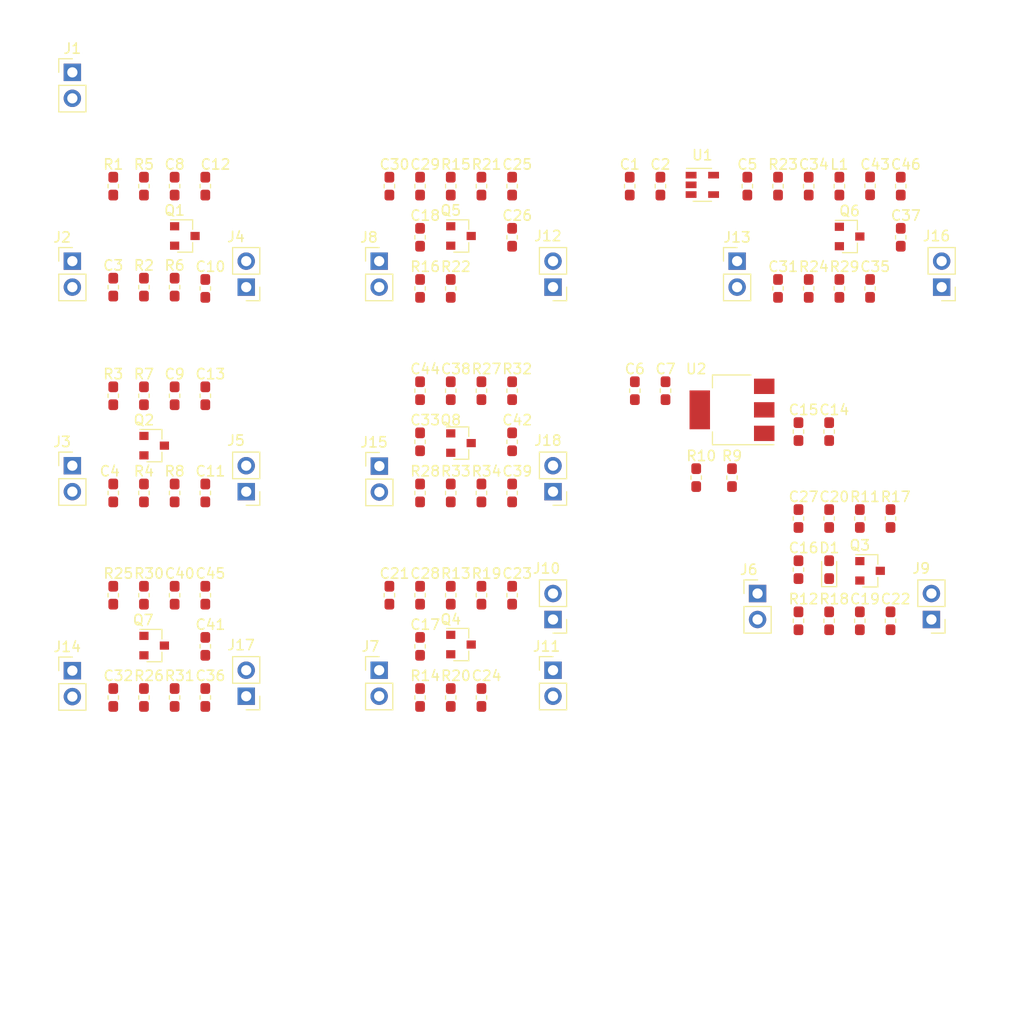
<source format=kicad_pcb>
(kicad_pcb (version 20171130) (host pcbnew "(5.1.6)-1")
  (title_block (title Crystal_Valve) (date 2020-12-11) (rev 1.0.1) (comment 1 SoldierLE))
  (layers (0 F.Cu signal) (31 B.Cu signal) (34 B.Paste user) (35 F.Paste user) (36 B.SilkS user hide) (37 F.SilkS user) (38 B.Mask user) (39 F.Mask user) (44 Edge.Cuts user))
  (net 0 "")
  (net 1 GND)
  (net 2 +15V)
  (net 3 "Net-(C3-Pad2)")
  (net 4 "Net-(C3-Pad1)")
  (net 5 "Net-(C4-Pad1)")
  (net 6 "Net-(C4-Pad2)")
  (net 7 +4V)
  (net 8 "Net-(C10-Pad1)")
  (net 9 "Net-(C10-Pad2)")
  (net 10 "Net-(C11-Pad1)")
  (net 11 "Net-(C11-Pad2)")
  (net 12 +1V5)
  (net 13 "Net-(C16-Pad1)")
  (net 14 "Net-(C16-Pad2)")
  (net 15 "Net-(C17-Pad2)")
  (net 16 "Net-(C17-Pad1)")
  (net 17 "Net-(C18-Pad2)")
  (net 18 "Net-(C18-Pad1)")
  (net 19 "Net-(C19-Pad1)")
  (net 20 "Net-(C22-Pad2)")
  (net 21 "Net-(C22-Pad1)")
  (net 22 "Net-(C23-Pad2)")
  (net 23 "Net-(C23-Pad1)")
  (net 24 "Net-(C24-Pad2)")
  (net 25 "Net-(C24-Pad1)")
  (net 26 "Net-(C25-Pad1)")
  (net 27 "Net-(C26-Pad1)")
  (net 28 "Net-(C31-Pad2)")
  (net 29 "Net-(C31-Pad1)")
  (net 30 "Net-(C32-Pad2)")
  (net 31 "Net-(C32-Pad1)")
  (net 32 "Net-(C33-Pad2)")
  (net 33 "Net-(C33-Pad1)")
  (net 34 "Net-(C34-Pad1)")
  (net 35 "Net-(C35-Pad2)")
  (net 36 "Net-(C36-Pad2)")
  (net 37 "Net-(C37-Pad1)")
  (net 38 "Net-(C39-Pad2)")
  (net 39 "Net-(C41-Pad2)")
  (net 40 "Net-(C41-Pad1)")
  (net 41 "Net-(C42-Pad1)")
  (net 42 "Net-(C42-Pad2)")
  (net 43 "Net-(D1-Pad1)")
  (net 44 "Net-(Q1-Pad2)")
  (net 45 "Net-(Q2-Pad2)")
  (net 46 "Net-(Q5-Pad2)")
  (net 47 "Net-(Q8-Pad2)")
  (net 48 "Net-(R10-Pad2)")
  (net 49 "Net-(U1-Pad4)")
  (module Capacitor_SMD:C_0603_1608Metric_Pad1.05x0.95mm_HandSolder (layer F.Cu) (at 74.5 31.125 90)
    (fp_text reference C1 (at 2.125 0 180) (layer F.SilkS))
    (fp_text value 10u)
    (pad 1 smd roundrect (at -0.875 0 90) (size 1.05 0.95) (layers F.Cu F.Paste F.Mask) (net 1 GND))
    (pad 2 smd roundrect (at 0.875 0 90) (size 1.05 0.95) (layers F.Cu F.Paste F.Mask) (net 2 +15V))
  )
  (module Capacitor_SMD:C_0603_1608Metric_Pad1.05x0.95mm_HandSolder (layer F.Cu) (at 77.5 31.125 90)
    (fp_text reference C2 (at 2.125 0) (layer F.SilkS))
    (fp_text value 1u)
    (pad 2 smd roundrect (at 0.875 0 90) (size 1.05 0.95) (layers F.Cu F.Paste F.Mask) (net 2 +15V))
    (pad 1 smd roundrect (at -0.875 0 90) (size 1.05 0.95) (layers F.Cu F.Paste F.Mask) (net 1 GND))
  )
  (module Capacitor_SMD:C_0603_1608Metric_Pad1.05x0.95mm_HandSolder (layer F.Cu) (at 24 41 270)
    (fp_text reference C3 (at -2.125 0 180) (layer F.SilkS))
    (fp_text value 10u)
    (pad 2 smd roundrect (at 0.875 0 270) (size 1.05 0.95) (layers F.Cu F.Paste F.Mask) (net 3 "Net-(C3-Pad2)"))
    (pad 1 smd roundrect (at -0.875 0 270) (size 1.05 0.95) (layers F.Cu F.Paste F.Mask) (net 4 "Net-(C3-Pad1)"))
  )
  (module Capacitor_SMD:C_0603_1608Metric_Pad1.05x0.95mm_HandSolder (layer F.Cu) (at 24 61.125 270)
    (fp_text reference C4 (at -2.125 0.34 180) (layer F.SilkS))
    (fp_text value 10u)
    (pad 1 smd roundrect (at -0.875 0 270) (size 1.05 0.95) (layers F.Cu F.Paste F.Mask) (net 5 "Net-(C4-Pad1)"))
    (pad 2 smd roundrect (at 0.875 0 270) (size 1.05 0.95) (layers F.Cu F.Paste F.Mask) (net 6 "Net-(C4-Pad2)"))
  )
  (module Capacitor_SMD:C_0603_1608Metric_Pad1.05x0.95mm_HandSolder (layer F.Cu) (at 86 31.125 90)
    (fp_text reference C5 (at 2.125 0 180) (layer F.SilkS))
    (fp_text value 1u)
    (pad 1 smd roundrect (at -0.875 0 90) (size 1.05 0.95) (layers F.Cu F.Paste F.Mask) (net 1 GND))
    (pad 2 smd roundrect (at 0.875 0 90) (size 1.05 0.95) (layers F.Cu F.Paste F.Mask) (net 7 +4V))
  )
  (module Capacitor_SMD:C_0603_1608Metric_Pad1.05x0.95mm_HandSolder (layer F.Cu) (at 75 51.125 90)
    (fp_text reference C6 (at 2.125 0 180) (layer F.SilkS))
    (fp_text value 10u)
    (pad 1 smd roundrect (at -0.875 0 90) (size 1.05 0.95) (layers F.Cu F.Paste F.Mask) (net 1 GND))
    (pad 2 smd roundrect (at 0.875 0 90) (size 1.05 0.95) (layers F.Cu F.Paste F.Mask) (net 2 +15V))
  )
  (module Capacitor_SMD:C_0603_1608Metric_Pad1.05x0.95mm_HandSolder (layer F.Cu) (at 78 51.125 90)
    (fp_text reference C7 (at 2.125 0 180) (layer F.SilkS))
    (fp_text value 0.1u)
    (pad 1 smd roundrect (at -0.875 0 90) (size 1.05 0.95) (layers F.Cu F.Paste F.Mask) (net 1 GND))
    (pad 2 smd roundrect (at 0.875 0 90) (size 1.05 0.95) (layers F.Cu F.Paste F.Mask) (net 2 +15V))
  )
  (module Capacitor_SMD:C_0603_1608Metric_Pad1.05x0.95mm_HandSolder (layer F.Cu) (at 30 31.125 90)
    (fp_text reference C8 (at 2.125 0 180) (layer F.SilkS))
    (fp_text value 0.1u)
    (pad 1 smd roundrect (at -0.875 0 90) (size 1.05 0.95) (layers F.Cu F.Paste F.Mask) (net 1 GND))
    (pad 2 smd roundrect (at 0.875 0 90) (size 1.05 0.95) (layers F.Cu F.Paste F.Mask) (net 2 +15V))
  )
  (module Capacitor_SMD:C_0603_1608Metric_Pad1.05x0.95mm_HandSolder (layer F.Cu) (at 30 51.625 90)
    (fp_text reference C9 (at 2.125 0 180) (layer F.SilkS))
    (fp_text value 0.1u)
    (pad 1 smd roundrect (at -0.875 0 90) (size 1.05 0.95) (layers F.Cu F.Paste F.Mask) (net 1 GND))
    (pad 2 smd roundrect (at 0.875 0 90) (size 1.05 0.95) (layers F.Cu F.Paste F.Mask) (net 2 +15V))
  )
  (module Capacitor_SMD:C_0603_1608Metric_Pad1.05x0.95mm_HandSolder (layer F.Cu) (at 33 41.125 90)
    (fp_text reference C10 (at 2.125 0.5) (layer F.SilkS))
    (fp_text value 10u)
    (pad 1 smd roundrect (at -0.875 0 90) (size 1.05 0.95) (layers F.Cu F.Paste F.Mask) (net 8 "Net-(C10-Pad1)"))
    (pad 2 smd roundrect (at 0.875 0 90) (size 1.05 0.95) (layers F.Cu F.Paste F.Mask) (net 9 "Net-(C10-Pad2)"))
  )
  (module Capacitor_SMD:C_0603_1608Metric_Pad1.05x0.95mm_HandSolder (layer F.Cu) (at 33 61.125 90)
    (fp_text reference C11 (at 2.125 0.5 180) (layer F.SilkS))
    (fp_text value 10u)
    (pad 1 smd roundrect (at -0.875 0 90) (size 1.05 0.95) (layers F.Cu F.Paste F.Mask) (net 10 "Net-(C11-Pad1)"))
    (pad 2 smd roundrect (at 0.875 0 90) (size 1.05 0.95) (layers F.Cu F.Paste F.Mask) (net 11 "Net-(C11-Pad2)"))
  )
  (module Capacitor_SMD:C_0603_1608Metric_Pad1.05x0.95mm_HandSolder (layer F.Cu) (at 33 31.125 90)
    (fp_text reference C12 (at 2.125 1 180) (layer F.SilkS))
    (fp_text value 10u)
    (pad 2 smd roundrect (at 0.875 0 90) (size 1.05 0.95) (layers F.Cu F.Paste F.Mask) (net 2 +15V))
    (pad 1 smd roundrect (at -0.875 0 90) (size 1.05 0.95) (layers F.Cu F.Paste F.Mask) (net 1 GND))
  )
  (module Capacitor_SMD:C_0603_1608Metric_Pad1.05x0.95mm_HandSolder (layer F.Cu) (at 33 51.625 90)
    (fp_text reference C13 (at 2.125 0.5 180) (layer F.SilkS))
    (fp_text value 10u)
    (pad 2 smd roundrect (at 0.875 0 90) (size 1.05 0.95) (layers F.Cu F.Paste F.Mask) (net 2 +15V))
    (pad 1 smd roundrect (at -0.875 0 90) (size 1.05 0.95) (layers F.Cu F.Paste F.Mask) (net 1 GND))
  )
  (module Capacitor_SMD:C_0603_1608Metric_Pad1.05x0.95mm_HandSolder (layer F.Cu) (at 94 55.125 90)
    (fp_text reference C14 (at 2.125 0.5 180) (layer F.SilkS))
    (fp_text value 0.1u)
    (pad 2 smd roundrect (at 0.875 0 90) (size 1.05 0.95) (layers F.Cu F.Paste F.Mask) (net 12 +1V5))
    (pad 1 smd roundrect (at -0.875 0 90) (size 1.05 0.95) (layers F.Cu F.Paste F.Mask) (net 1 GND))
  )
  (module Capacitor_SMD:C_0603_1608Metric_Pad1.05x0.95mm_HandSolder (layer F.Cu) (at 91 55.125 90)
    (fp_text reference C15 (at 2.125 0.5 180) (layer F.SilkS))
    (fp_text value 10u)
    (pad 2 smd roundrect (at 0.875 0 90) (size 1.05 0.95) (layers F.Cu F.Paste F.Mask) (net 12 +1V5))
    (pad 1 smd roundrect (at -0.875 0 90) (size 1.05 0.95) (layers F.Cu F.Paste F.Mask) (net 1 GND))
  )
  (module Capacitor_SMD:C_0603_1608Metric_Pad1.05x0.95mm_HandSolder (layer F.Cu) (at 91 68.625 270)
    (fp_text reference C16 (at -2.125 -0.5 180) (layer F.SilkS))
    (fp_text value 10u)
    (pad 1 smd roundrect (at -0.875 0 270) (size 1.05 0.95) (layers F.Cu F.Paste F.Mask) (net 13 "Net-(C16-Pad1)"))
    (pad 2 smd roundrect (at 0.875 0 270) (size 1.05 0.95) (layers F.Cu F.Paste F.Mask) (net 14 "Net-(C16-Pad2)"))
  )
  (module Capacitor_SMD:C_0603_1608Metric_Pad1.05x0.95mm_HandSolder (layer F.Cu) (at 54 76.125 90)
    (fp_text reference C17 (at 2.125 0.5 180) (layer F.SilkS))
    (fp_text value 10u)
    (pad 2 smd roundrect (at 0.875 0 90) (size 1.05 0.95) (layers F.Cu F.Paste F.Mask) (net 15 "Net-(C17-Pad2)"))
    (pad 1 smd roundrect (at -0.875 0 90) (size 1.05 0.95) (layers F.Cu F.Paste F.Mask) (net 16 "Net-(C17-Pad1)"))
  )
  (module Capacitor_SMD:C_0603_1608Metric_Pad1.05x0.95mm_HandSolder (layer F.Cu) (at 54 36.125 90)
    (fp_text reference C18 (at 2.125 0.5 180) (layer F.SilkS))
    (fp_text value 10u)
    (pad 2 smd roundrect (at 0.875 0 90) (size 1.05 0.95) (layers F.Cu F.Paste F.Mask) (net 17 "Net-(C18-Pad2)"))
    (pad 1 smd roundrect (at -0.875 0 90) (size 1.05 0.95) (layers F.Cu F.Paste F.Mask) (net 18 "Net-(C18-Pad1)"))
  )
  (module Capacitor_SMD:C_0603_1608Metric_Pad1.05x0.95mm_HandSolder (layer F.Cu) (at 97 73.625 270)
    (fp_text reference C19 (at -2.125 -0.5 180) (layer F.SilkS))
    (fp_text value 47u)
    (pad 1 smd roundrect (at -0.875 0 270) (size 1.05 0.95) (layers F.Cu F.Paste F.Mask) (net 19 "Net-(C19-Pad1)"))
    (pad 2 smd roundrect (at 0.875 0 270) (size 1.05 0.95) (layers F.Cu F.Paste F.Mask) (net 1 GND))
  )
  (module Capacitor_SMD:C_0603_1608Metric_Pad1.05x0.95mm_HandSolder (layer F.Cu) (at 94 63.625 90)
    (fp_text reference C20 (at 2.125 0.5 180) (layer F.SilkS))
    (fp_text value 0.1u)
    (pad 2 smd roundrect (at 0.875 0 90) (size 1.05 0.95) (layers F.Cu F.Paste F.Mask) (net 12 +1V5))
    (pad 1 smd roundrect (at -0.875 0 90) (size 1.05 0.95) (layers F.Cu F.Paste F.Mask) (net 1 GND))
  )
  (module Capacitor_SMD:C_0603_1608Metric_Pad1.05x0.95mm_HandSolder (layer F.Cu) (at 51 71.125 90)
    (fp_text reference C21 (at 2.125 0.5 180) (layer F.SilkS))
    (fp_text value 0.1u)
    (pad 2 smd roundrect (at 0.875 0 90) (size 1.05 0.95) (layers F.Cu F.Paste F.Mask) (net 2 +15V))
    (pad 1 smd roundrect (at -0.875 0 90) (size 1.05 0.95) (layers F.Cu F.Paste F.Mask) (net 1 GND))
  )
  (module Capacitor_SMD:C_0603_1608Metric_Pad1.05x0.95mm_HandSolder (layer F.Cu) (at 100 73.625 90)
    (fp_text reference C22 (at 2.125 0.5 180) (layer F.SilkS))
    (fp_text value 10u)
    (pad 2 smd roundrect (at 0.875 0 90) (size 1.05 0.95) (layers F.Cu F.Paste F.Mask) (net 20 "Net-(C22-Pad2)"))
    (pad 1 smd roundrect (at -0.875 0 90) (size 1.05 0.95) (layers F.Cu F.Paste F.Mask) (net 21 "Net-(C22-Pad1)"))
  )
  (module Capacitor_SMD:C_0603_1608Metric_Pad1.05x0.95mm_HandSolder (layer F.Cu) (at 63 71.125 270)
    (fp_text reference C23 (at -2.125 -0.5 180) (layer F.SilkS))
    (fp_text value 10u)
    (pad 2 smd roundrect (at 0.875 0 270) (size 1.05 0.95) (layers F.Cu F.Paste F.Mask) (net 22 "Net-(C23-Pad2)"))
    (pad 1 smd roundrect (at -0.875 0 270) (size 1.05 0.95) (layers F.Cu F.Paste F.Mask) (net 23 "Net-(C23-Pad1)"))
  )
  (module Capacitor_SMD:C_0603_1608Metric_Pad1.05x0.95mm_HandSolder (layer F.Cu) (at 60 81.125 90)
    (fp_text reference C24 (at 2.125 0.5 180) (layer F.SilkS))
    (fp_text value 10u)
    (pad 2 smd roundrect (at 0.875 0 90) (size 1.05 0.95) (layers F.Cu F.Paste F.Mask) (net 24 "Net-(C24-Pad2)"))
    (pad 1 smd roundrect (at -0.875 0 90) (size 1.05 0.95) (layers F.Cu F.Paste F.Mask) (net 25 "Net-(C24-Pad1)"))
  )
  (module Capacitor_SMD:C_0603_1608Metric_Pad1.05x0.95mm_HandSolder (layer F.Cu) (at 63 31.125 90)
    (fp_text reference C25 (at 2.125 0.5 180) (layer F.SilkS))
    (fp_text value 0.015u)
    (pad 1 smd roundrect (at -0.875 0 90) (size 1.05 0.95) (layers F.Cu F.Paste F.Mask) (net 26 "Net-(C25-Pad1)"))
    (pad 2 smd roundrect (at 0.875 0 90) (size 1.05 0.95) (layers F.Cu F.Paste F.Mask) (net 2 +15V))
  )
  (module Capacitor_SMD:C_0603_1608Metric_Pad1.05x0.95mm_HandSolder (layer F.Cu) (at 63 36.125 90)
    (fp_text reference C26 (at 2.125 0.5 180) (layer F.SilkS))
    (fp_text value 10u)
    (pad 1 smd roundrect (at -0.875 0 90) (size 1.05 0.95) (layers F.Cu F.Paste F.Mask) (net 27 "Net-(C26-Pad1)"))
    (pad 2 smd roundrect (at 0.875 0 90) (size 1.05 0.95) (layers F.Cu F.Paste F.Mask) (net 26 "Net-(C25-Pad1)"))
  )
  (module Capacitor_SMD:C_0603_1608Metric_Pad1.05x0.95mm_HandSolder (layer F.Cu) (at 91 63.625 90)
    (fp_text reference C27 (at 2.125 0.5 180) (layer F.SilkS))
    (fp_text value 10u)
    (pad 2 smd roundrect (at 0.875 0 90) (size 1.05 0.95) (layers F.Cu F.Paste F.Mask) (net 12 +1V5))
    (pad 1 smd roundrect (at -0.875 0 90) (size 1.05 0.95) (layers F.Cu F.Paste F.Mask) (net 1 GND))
  )
  (module Capacitor_SMD:C_0603_1608Metric_Pad1.05x0.95mm_HandSolder (layer F.Cu) (at 54 71.125 90)
    (fp_text reference C28 (at 2.125 0.5 180) (layer F.SilkS))
    (fp_text value 10u)
    (pad 2 smd roundrect (at 0.875 0 90) (size 1.05 0.95) (layers F.Cu F.Paste F.Mask) (net 2 +15V))
    (pad 1 smd roundrect (at -0.875 0 90) (size 1.05 0.95) (layers F.Cu F.Paste F.Mask) (net 1 GND))
  )
  (module Capacitor_SMD:C_0603_1608Metric_Pad1.05x0.95mm_HandSolder (layer F.Cu) (at 54 31.125 90)
    (fp_text reference C29 (at 2.125 0.5 180) (layer F.SilkS))
    (fp_text value 0.1u)
    (pad 1 smd roundrect (at -0.875 0 90) (size 1.05 0.95) (layers F.Cu F.Paste F.Mask) (net 1 GND))
    (pad 2 smd roundrect (at 0.875 0 90) (size 1.05 0.95) (layers F.Cu F.Paste F.Mask) (net 2 +15V))
  )
  (module Capacitor_SMD:C_0603_1608Metric_Pad1.05x0.95mm_HandSolder (layer F.Cu) (at 51 31.125 90)
    (fp_text reference C30 (at 2.125 0.5 180) (layer F.SilkS))
    (fp_text value 47u)
    (pad 2 smd roundrect (at 0.875 0 90) (size 1.05 0.95) (layers F.Cu F.Paste F.Mask) (net 2 +15V))
    (pad 1 smd roundrect (at -0.875 0 90) (size 1.05 0.95) (layers F.Cu F.Paste F.Mask) (net 1 GND))
  )
  (module Capacitor_SMD:C_0603_1608Metric_Pad1.05x0.95mm_HandSolder (layer F.Cu) (at 89 41.125 90)
    (fp_text reference C31 (at 2.125 0.5 180) (layer F.SilkS))
    (fp_text value 1n)
    (pad 2 smd roundrect (at 0.875 0 90) (size 1.05 0.95) (layers F.Cu F.Paste F.Mask) (net 28 "Net-(C31-Pad2)"))
    (pad 1 smd roundrect (at -0.875 0 90) (size 1.05 0.95) (layers F.Cu F.Paste F.Mask) (net 29 "Net-(C31-Pad1)"))
  )
  (module Capacitor_SMD:C_0603_1608Metric_Pad1.05x0.95mm_HandSolder (layer F.Cu) (at 24 81.125 270)
    (fp_text reference C32 (at -2.125 -0.5 180) (layer F.SilkS))
    (fp_text value 10u)
    (pad 2 smd roundrect (at 0.875 0 270) (size 1.05 0.95) (layers F.Cu F.Paste F.Mask) (net 30 "Net-(C32-Pad2)"))
    (pad 1 smd roundrect (at -0.875 0 270) (size 1.05 0.95) (layers F.Cu F.Paste F.Mask) (net 31 "Net-(C32-Pad1)"))
  )
  (module Capacitor_SMD:C_0603_1608Metric_Pad1.05x0.95mm_HandSolder (layer F.Cu) (at 54 56.125 90)
    (fp_text reference C33 (at 2.125 0.5 180) (layer F.SilkS))
    (fp_text value 10u)
    (pad 2 smd roundrect (at 0.875 0 90) (size 1.05 0.95) (layers F.Cu F.Paste F.Mask) (net 32 "Net-(C33-Pad2)"))
    (pad 1 smd roundrect (at -0.875 0 90) (size 1.05 0.95) (layers F.Cu F.Paste F.Mask) (net 33 "Net-(C33-Pad1)"))
  )
  (module Capacitor_SMD:C_0603_1608Metric_Pad1.05x0.95mm_HandSolder (layer F.Cu) (at 92 31.125 90)
    (fp_text reference C34 (at 2.125 0.5 180) (layer F.SilkS))
    (fp_text value 20p)
    (pad 1 smd roundrect (at -0.875 0 90) (size 1.05 0.95) (layers F.Cu F.Paste F.Mask) (net 34 "Net-(C34-Pad1)"))
    (pad 2 smd roundrect (at 0.875 0 90) (size 1.05 0.95) (layers F.Cu F.Paste F.Mask) (net 7 +4V))
  )
  (module Capacitor_SMD:C_0603_1608Metric_Pad1.05x0.95mm_HandSolder (layer F.Cu) (at 98 41.125 90)
    (fp_text reference C35 (at 2.125 0.5 180) (layer F.SilkS))
    (fp_text value 1n)
    (pad 1 smd roundrect (at -0.875 0 90) (size 1.05 0.95) (layers F.Cu F.Paste F.Mask) (net 1 GND))
    (pad 2 smd roundrect (at 0.875 0 90) (size 1.05 0.95) (layers F.Cu F.Paste F.Mask) (net 35 "Net-(C35-Pad2)"))
  )
  (module Capacitor_SMD:C_0603_1608Metric_Pad1.05x0.95mm_HandSolder (layer F.Cu) (at 33 81.125 90)
    (fp_text reference C36 (at 2.125 0.5 180) (layer F.SilkS))
    (fp_text value 0.033u)
    (pad 1 smd roundrect (at -0.875 0 90) (size 1.05 0.95) (layers F.Cu F.Paste F.Mask) (net 1 GND))
    (pad 2 smd roundrect (at 0.875 0 90) (size 1.05 0.95) (layers F.Cu F.Paste F.Mask) (net 36 "Net-(C36-Pad2)"))
  )
  (module Capacitor_SMD:C_0603_1608Metric_Pad1.05x0.95mm_HandSolder (layer F.Cu) (at 101 36.125 270)
    (fp_text reference C37 (at -2.125 -0.5) (layer F.SilkS))
    (fp_text value 1n)
    (pad 1 smd roundrect (at -0.875 0 270) (size 1.05 0.95) (layers F.Cu F.Paste F.Mask) (net 37 "Net-(C37-Pad1)"))
    (pad 2 smd roundrect (at 0.875 0 270) (size 1.05 0.95) (layers F.Cu F.Paste F.Mask) (net 34 "Net-(C34-Pad1)"))
  )
  (module Capacitor_SMD:C_0603_1608Metric_Pad1.05x0.95mm_HandSolder (layer F.Cu) (at 57 51.125 90)
    (fp_text reference C38 (at 2.125 0.5) (layer F.SilkS))
    (fp_text value 0.1u)
    (pad 1 smd roundrect (at -0.875 0 90) (size 1.05 0.95) (layers F.Cu F.Paste F.Mask) (net 1 GND))
    (pad 2 smd roundrect (at 0.875 0 90) (size 1.05 0.95) (layers F.Cu F.Paste F.Mask) (net 2 +15V))
  )
  (module Capacitor_SMD:C_0603_1608Metric_Pad1.05x0.95mm_HandSolder (layer F.Cu) (at 63 61.125 90)
    (fp_text reference C39 (at 2.125 0.51 180) (layer F.SilkS))
    (fp_text value 100u)
    (pad 1 smd roundrect (at -0.875 0 90) (size 1.05 0.95) (layers F.Cu F.Paste F.Mask) (net 1 GND))
    (pad 2 smd roundrect (at 0.875 0 90) (size 1.05 0.95) (layers F.Cu F.Paste F.Mask) (net 38 "Net-(C39-Pad2)"))
  )
  (module Capacitor_SMD:C_0603_1608Metric_Pad1.05x0.95mm_HandSolder (layer F.Cu) (at 30 71.125 90)
    (fp_text reference C40 (at 2.125 0.5 180) (layer F.SilkS))
    (fp_text value 0.1u)
    (pad 1 smd roundrect (at -0.875 0 90) (size 1.05 0.95) (layers F.Cu F.Paste F.Mask) (net 1 GND))
    (pad 2 smd roundrect (at 0.875 0 90) (size 1.05 0.95) (layers F.Cu F.Paste F.Mask) (net 2 +15V))
  )
  (module Capacitor_SMD:C_0603_1608Metric_Pad1.05x0.95mm_HandSolder (layer F.Cu) (at 33 76.125 90)
    (fp_text reference C41 (at 2.125 0.5 180) (layer F.SilkS))
    (fp_text value 10u)
    (pad 2 smd roundrect (at 0.875 0 90) (size 1.05 0.95) (layers F.Cu F.Paste F.Mask) (net 39 "Net-(C41-Pad2)"))
    (pad 1 smd roundrect (at -0.875 0 90) (size 1.05 0.95) (layers F.Cu F.Paste F.Mask) (net 40 "Net-(C41-Pad1)"))
  )
  (module Capacitor_SMD:C_0603_1608Metric_Pad1.05x0.95mm_HandSolder (layer F.Cu) (at 63 56.125 90)
    (fp_text reference C42 (at 2.125 0.5 180) (layer F.SilkS))
    (fp_text value 10u)
    (pad 1 smd roundrect (at -0.875 0 90) (size 1.05 0.95) (layers F.Cu F.Paste F.Mask) (net 41 "Net-(C42-Pad1)"))
    (pad 2 smd roundrect (at 0.875 0 90) (size 1.05 0.95) (layers F.Cu F.Paste F.Mask) (net 42 "Net-(C42-Pad2)"))
  )
  (module Capacitor_SMD:C_0603_1608Metric_Pad1.05x0.95mm_HandSolder (layer F.Cu) (at 98 31.105 90)
    (fp_text reference C43 (at 2.105 0.5 180) (layer F.SilkS))
    (fp_text value 1n)
    (pad 1 smd roundrect (at -0.875 0 90) (size 1.05 0.95) (layers F.Cu F.Paste F.Mask) (net 1 GND))
    (pad 2 smd roundrect (at 0.875 0 90) (size 1.05 0.95) (layers F.Cu F.Paste F.Mask) (net 7 +4V))
  )
  (module Capacitor_SMD:C_0603_1608Metric_Pad1.05x0.95mm_HandSolder (layer F.Cu) (at 54 51.125 90)
    (fp_text reference C44 (at 2.125 0.5 180) (layer F.SilkS))
    (fp_text value 10u)
    (pad 2 smd roundrect (at 0.875 0 90) (size 1.05 0.95) (layers F.Cu F.Paste F.Mask) (net 2 +15V))
    (pad 1 smd roundrect (at -0.875 0 90) (size 1.05 0.95) (layers F.Cu F.Paste F.Mask) (net 1 GND))
  )
  (module Capacitor_SMD:C_0603_1608Metric_Pad1.05x0.95mm_HandSolder (layer F.Cu) (at 33 71.125 90)
    (fp_text reference C45 (at 2.125 0.5 180) (layer F.SilkS))
    (fp_text value 47u)
    (pad 2 smd roundrect (at 0.875 0 90) (size 1.05 0.95) (layers F.Cu F.Paste F.Mask) (net 2 +15V))
    (pad 1 smd roundrect (at -0.875 0 90) (size 1.05 0.95) (layers F.Cu F.Paste F.Mask) (net 1 GND))
  )
  (module Capacitor_SMD:C_0603_1608Metric_Pad1.05x0.95mm_HandSolder (layer F.Cu) (at 101 31.125 90)
    (fp_text reference C46 (at 2.125 0.5 180) (layer F.SilkS))
    (fp_text value 1u)
    (pad 2 smd roundrect (at 0.875 0 90) (size 1.05 0.95) (layers F.Cu F.Paste F.Mask) (net 7 +4V))
    (pad 1 smd roundrect (at -0.875 0 90) (size 1.05 0.95) (layers F.Cu F.Paste F.Mask) (net 1 GND))
  )
  (module Diode_SMD:D_0603_1608Metric_Pad1.05x0.95mm_HandSolder (layer F.Cu) (at 94 68.625 90)
    (fp_text reference D1 (at 2.125 0.02 180) (layer F.SilkS))
    (fp_text value 1N4148)
    (pad 1 smd roundrect (at -0.875 0 90) (size 1.05 0.95) (layers F.Cu F.Paste F.Mask) (net 43 "Net-(D1-Pad1)"))
    (pad 2 smd roundrect (at 0.875 0 90) (size 1.05 0.95) (layers F.Cu F.Paste F.Mask) (net 13 "Net-(C16-Pad1)"))
  )
  (module Connector_PinHeader_2.54mm:PinHeader_1x02_P2.54mm_Vertical (layer F.Cu) (at 20 20)
    (fp_text reference J1 (at 0 -2.33) (layer F.SilkS))
    (fp_text value VIN_15V)
    (pad 2 thru_hole oval (at 0 2.54) (size 1.7 1.7) (drill 1) (layers *.Cu *.Mask) (net 1 GND))
    (pad 1 thru_hole rect (at 0 0) (size 1.7 1.7) (drill 1) (layers *.Cu *.Mask) (net 2 +15V))
  )
  (module Connector_PinHeader_2.54mm:PinHeader_1x02_P2.54mm_Vertical (layer F.Cu) (at 20 38.46)
    (fp_text reference J2 (at -1 -2.33) (layer F.SilkS))
    (fp_text value Vin_sin1)
    (pad 1 thru_hole rect (at 0 0) (size 1.7 1.7) (drill 1) (layers *.Cu *.Mask) (net 3 "Net-(C3-Pad2)"))
    (pad 2 thru_hole oval (at 0 2.54) (size 1.7 1.7) (drill 1) (layers *.Cu *.Mask) (net 1 GND))
  )
  (module Connector_PinHeader_2.54mm:PinHeader_1x02_P2.54mm_Vertical (layer F.Cu) (at 20 58.46)
    (fp_text reference J3 (at -1 -2.33) (layer F.SilkS))
    (fp_text value Vin_sin2)
    (pad 1 thru_hole rect (at 0 0) (size 1.7 1.7) (drill 1) (layers *.Cu *.Mask) (net 6 "Net-(C4-Pad2)"))
    (pad 2 thru_hole oval (at 0 2.54) (size 1.7 1.7) (drill 1) (layers *.Cu *.Mask) (net 1 GND))
  )
  (module Connector_PinHeader_2.54mm:PinHeader_1x02_P2.54mm_Vertical (layer F.Cu) (at 37 41 180)
    (fp_text reference J4 (at 1 4.91) (layer F.SilkS))
    (fp_text value Vout1)
    (pad 2 thru_hole oval (at 0 2.54 180) (size 1.7 1.7) (drill 1) (layers *.Cu *.Mask) (net 8 "Net-(C10-Pad1)"))
    (pad 1 thru_hole rect (at 0 0 180) (size 1.7 1.7) (drill 1) (layers *.Cu *.Mask) (net 1 GND))
  )
  (module Connector_PinHeader_2.54mm:PinHeader_1x02_P2.54mm_Vertical (layer F.Cu) (at 37 61 180)
    (fp_text reference J5 (at 1 5) (layer F.SilkS))
    (fp_text value Vout2)
    (pad 2 thru_hole oval (at 0 2.54 180) (size 1.7 1.7) (drill 1) (layers *.Cu *.Mask) (net 10 "Net-(C11-Pad1)"))
    (pad 1 thru_hole rect (at 0 0 180) (size 1.7 1.7) (drill 1) (layers *.Cu *.Mask) (net 1 GND))
  )
  (module Connector_PinHeader_2.54mm:PinHeader_1x02_P2.54mm_Vertical (layer F.Cu) (at 87 70.96)
    (fp_text reference J6 (at -0.86 -2.33) (layer F.SilkS))
    (fp_text value Vin_sin3)
    (pad 1 thru_hole rect (at 0 0) (size 1.7 1.7) (drill 1) (layers *.Cu *.Mask) (net 14 "Net-(C16-Pad2)"))
    (pad 2 thru_hole oval (at 0 2.54) (size 1.7 1.7) (drill 1) (layers *.Cu *.Mask) (net 1 GND))
  )
  (module Connector_PinHeader_2.54mm:PinHeader_1x02_P2.54mm_Vertical (layer F.Cu) (at 50 78.46)
    (fp_text reference J7 (at -0.85 -2.33) (layer F.SilkS))
    (fp_text value Vin_sin4)
    (pad 2 thru_hole oval (at 0 2.54) (size 1.7 1.7) (drill 1) (layers *.Cu *.Mask) (net 1 GND))
    (pad 1 thru_hole rect (at 0 0) (size 1.7 1.7) (drill 1) (layers *.Cu *.Mask) (net 15 "Net-(C17-Pad2)"))
  )
  (module Connector_PinHeader_2.54mm:PinHeader_1x02_P2.54mm_Vertical (layer F.Cu) (at 50 38.46)
    (fp_text reference J8 (at -1 -2.33) (layer F.SilkS))
    (fp_text value Vin_sin5)
    (pad 1 thru_hole rect (at 0 0) (size 1.7 1.7) (drill 1) (layers *.Cu *.Mask) (net 17 "Net-(C18-Pad2)"))
    (pad 2 thru_hole oval (at 0 2.54) (size 1.7 1.7) (drill 1) (layers *.Cu *.Mask) (net 1 GND))
  )
  (module Connector_PinHeader_2.54mm:PinHeader_1x02_P2.54mm_Vertical (layer F.Cu) (at 104 73.5 180)
    (fp_text reference J9 (at 1 5) (layer F.SilkS))
    (fp_text value Vout3)
    (pad 2 thru_hole oval (at 0 2.54 180) (size 1.7 1.7) (drill 1) (layers *.Cu *.Mask) (net 21 "Net-(C22-Pad1)"))
    (pad 1 thru_hole rect (at 0 0 180) (size 1.7 1.7) (drill 1) (layers *.Cu *.Mask) (net 1 GND))
  )
  (module Connector_PinHeader_2.54mm:PinHeader_1x02_P2.54mm_Vertical (layer F.Cu) (at 67 73.5 180)
    (fp_text reference J10 (at 0.63 5) (layer F.SilkS))
    (fp_text value Vout4-)
    (pad 1 thru_hole rect (at 0 0 180) (size 1.7 1.7) (drill 1) (layers *.Cu *.Mask) (net 1 GND))
    (pad 2 thru_hole oval (at 0 2.54 180) (size 1.7 1.7) (drill 1) (layers *.Cu *.Mask) (net 23 "Net-(C23-Pad1)"))
  )
  (module Connector_PinHeader_2.54mm:PinHeader_1x02_P2.54mm_Vertical (layer F.Cu) (at 67 78.46)
    (fp_text reference J11 (at -0.63 -2.33) (layer F.SilkS))
    (fp_text value Vout4+)
    (pad 2 thru_hole oval (at 0 2.54) (size 1.7 1.7) (drill 1) (layers *.Cu *.Mask) (net 25 "Net-(C24-Pad1)"))
    (pad 1 thru_hole rect (at 0 0) (size 1.7 1.7) (drill 1) (layers *.Cu *.Mask) (net 1 GND))
  )
  (module Connector_PinHeader_2.54mm:PinHeader_1x02_P2.54mm_Vertical (layer F.Cu) (at 67 41 180)
    (fp_text reference J12 (at 0.5 5) (layer F.SilkS))
    (fp_text value Vout5)
    (pad 2 thru_hole oval (at 0 2.54 180) (size 1.7 1.7) (drill 1) (layers *.Cu *.Mask) (net 27 "Net-(C26-Pad1)"))
    (pad 1 thru_hole rect (at 0 0 180) (size 1.7 1.7) (drill 1) (layers *.Cu *.Mask) (net 1 GND))
  )
  (module Connector_PinHeader_2.54mm:PinHeader_1x02_P2.54mm_Vertical (layer F.Cu) (at 85 38.46)
    (fp_text reference J13 (at 0 -2.33) (layer F.SilkS))
    (fp_text value Vin_sin7)
    (pad 2 thru_hole oval (at 0 2.54) (size 1.7 1.7) (drill 1) (layers *.Cu *.Mask) (net 1 GND))
    (pad 1 thru_hole rect (at 0 0) (size 1.7 1.7) (drill 1) (layers *.Cu *.Mask) (net 28 "Net-(C31-Pad2)"))
  )
  (module Connector_PinHeader_2.54mm:PinHeader_1x02_P2.54mm_Vertical (layer F.Cu) (at 20 78.5)
    (fp_text reference J14 (at -0.5 -2.33) (layer F.SilkS))
    (fp_text value Vin_sin6)
    (pad 2 thru_hole oval (at 0 2.54) (size 1.7 1.7) (drill 1) (layers *.Cu *.Mask) (net 1 GND))
    (pad 1 thru_hole rect (at 0 0) (size 1.7 1.7) (drill 1) (layers *.Cu *.Mask) (net 30 "Net-(C32-Pad2)"))
  )
  (module Connector_PinHeader_2.54mm:PinHeader_1x02_P2.54mm_Vertical (layer F.Cu) (at 50.02 58.5)
    (fp_text reference J15 (at -0.52 -2.33) (layer F.SilkS))
    (fp_text value Vin_sin8)
    (pad 1 thru_hole rect (at 0 0) (size 1.7 1.7) (drill 1) (layers *.Cu *.Mask) (net 32 "Net-(C33-Pad2)"))
    (pad 2 thru_hole oval (at 0 2.54) (size 1.7 1.7) (drill 1) (layers *.Cu *.Mask) (net 1 GND))
  )
  (module Connector_PinHeader_2.54mm:PinHeader_1x02_P2.54mm_Vertical (layer F.Cu) (at 105 41 180)
    (fp_text reference J16 (at 0.5 5) (layer F.SilkS))
    (fp_text value Vout7)
    (pad 1 thru_hole rect (at 0 0 180) (size 1.7 1.7) (drill 1) (layers *.Cu *.Mask) (net 1 GND))
    (pad 2 thru_hole oval (at 0 2.54 180) (size 1.7 1.7) (drill 1) (layers *.Cu *.Mask) (net 37 "Net-(C37-Pad1)"))
  )
  (module Connector_PinHeader_2.54mm:PinHeader_1x02_P2.54mm_Vertical (layer F.Cu) (at 37 81 180)
    (fp_text reference J17 (at 0.5 5) (layer F.SilkS))
    (fp_text value Vout6)
    (pad 1 thru_hole rect (at 0 0 180) (size 1.7 1.7) (drill 1) (layers *.Cu *.Mask) (net 1 GND))
    (pad 2 thru_hole oval (at 0 2.54 180) (size 1.7 1.7) (drill 1) (layers *.Cu *.Mask) (net 40 "Net-(C41-Pad1)"))
  )
  (module Connector_PinHeader_2.54mm:PinHeader_1x02_P2.54mm_Vertical (layer F.Cu) (at 67 61 180)
    (fp_text reference J18 (at 0.5 5) (layer F.SilkS))
    (fp_text value Vout8)
    (pad 1 thru_hole rect (at 0 0 180) (size 1.7 1.7) (drill 1) (layers *.Cu *.Mask) (net 1 GND))
    (pad 2 thru_hole oval (at 0 2.54 180) (size 1.7 1.7) (drill 1) (layers *.Cu *.Mask) (net 41 "Net-(C42-Pad1)"))
  )
  (module Inductor_SMD:L_0603_1608Metric_Pad1.05x0.95mm_HandSolder (layer F.Cu) (at 95 31.125 270)
    (fp_text reference L1 (at -2.125 0 180) (layer F.SilkS))
    (fp_text value 0.15uh)
    (pad 1 smd roundrect (at -0.875 0 270) (size 1.05 0.95) (layers F.Cu F.Paste F.Mask) (net 7 +4V))
    (pad 2 smd roundrect (at 0.875 0 270) (size 1.05 0.95) (layers F.Cu F.Paste F.Mask) (net 34 "Net-(C34-Pad1)"))
  )
  (module Package_TO_SOT_SMD:SOT-23 (layer F.Cu) (at 31 36)
    (fp_text reference Q1 (at -1 -2.5) (layer F.SilkS))
    (fp_text value ss8050)
    (pad 1 smd rect (at -1 -0.95) (size 0.9 0.8) (layers F.Cu F.Paste F.Mask) (net 4 "Net-(C3-Pad1)"))
    (pad 2 smd rect (at -1 0.95) (size 0.9 0.8) (layers F.Cu F.Paste F.Mask) (net 44 "Net-(Q1-Pad2)"))
    (pad 3 smd rect (at 1 0) (size 0.9 0.8) (layers F.Cu F.Paste F.Mask) (net 9 "Net-(C10-Pad2)"))
  )
  (module Package_TO_SOT_SMD:SOT-23 (layer F.Cu) (at 28 56.5)
    (fp_text reference Q2 (at -1 -2.5) (layer F.SilkS))
    (fp_text value ss8550)
    (pad 1 smd rect (at -1 -0.95) (size 0.9 0.8) (layers F.Cu F.Paste F.Mask) (net 5 "Net-(C4-Pad1)"))
    (pad 2 smd rect (at -1 0.95) (size 0.9 0.8) (layers F.Cu F.Paste F.Mask) (net 45 "Net-(Q2-Pad2)"))
    (pad 3 smd rect (at 1 0) (size 0.9 0.8) (layers F.Cu F.Paste F.Mask) (net 11 "Net-(C11-Pad2)"))
  )
  (module Package_TO_SOT_SMD:SOT-23 (layer F.Cu) (at 98 68.74)
    (fp_text reference Q3 (at -1 -2.5) (layer F.SilkS))
    (fp_text value ss8050)
    (pad 3 smd rect (at 1 0) (size 0.9 0.8) (layers F.Cu F.Paste F.Mask) (net 20 "Net-(C22-Pad2)"))
    (pad 2 smd rect (at -1 0.95) (size 0.9 0.8) (layers F.Cu F.Paste F.Mask) (net 19 "Net-(C19-Pad1)"))
    (pad 1 smd rect (at -1 -0.95) (size 0.9 0.8) (layers F.Cu F.Paste F.Mask) (net 13 "Net-(C16-Pad1)"))
  )
  (module Package_TO_SOT_SMD:SOT-23 (layer F.Cu) (at 58 75.95)
    (fp_text reference Q4 (at -1 -2.45) (layer F.SilkS))
    (fp_text value ss8050)
    (pad 3 smd rect (at 1 0) (size 0.9 0.8) (layers F.Cu F.Paste F.Mask) (net 22 "Net-(C23-Pad2)"))
    (pad 2 smd rect (at -1 0.95) (size 0.9 0.8) (layers F.Cu F.Paste F.Mask) (net 24 "Net-(C24-Pad2)"))
    (pad 1 smd rect (at -1 -0.95) (size 0.9 0.8) (layers F.Cu F.Paste F.Mask) (net 16 "Net-(C17-Pad1)"))
  )
  (module Package_TO_SOT_SMD:SOT-23 (layer F.Cu) (at 58 36)
    (fp_text reference Q5 (at -1 -2.5) (layer F.SilkS))
    (fp_text value ss8050)
    (pad 3 smd rect (at 1 0) (size 0.9 0.8) (layers F.Cu F.Paste F.Mask) (net 26 "Net-(C25-Pad1)"))
    (pad 2 smd rect (at -1 0.95) (size 0.9 0.8) (layers F.Cu F.Paste F.Mask) (net 46 "Net-(Q5-Pad2)"))
    (pad 1 smd rect (at -1 -0.95) (size 0.9 0.8) (layers F.Cu F.Paste F.Mask) (net 18 "Net-(C18-Pad1)"))
  )
  (module Package_TO_SOT_SMD:SOT-23 (layer F.Cu) (at 96 36.05)
    (fp_text reference Q6 (at 0 -2.5) (layer F.SilkS))
    (fp_text value ss8050)
    (pad 1 smd rect (at -1 -0.95) (size 0.9 0.8) (layers F.Cu F.Paste F.Mask) (net 29 "Net-(C31-Pad1)"))
    (pad 2 smd rect (at -1 0.95) (size 0.9 0.8) (layers F.Cu F.Paste F.Mask) (net 35 "Net-(C35-Pad2)"))
    (pad 3 smd rect (at 1 0) (size 0.9 0.8) (layers F.Cu F.Paste F.Mask) (net 34 "Net-(C34-Pad1)"))
  )
  (module Package_TO_SOT_SMD:SOT-23 (layer F.Cu) (at 28 76.05)
    (fp_text reference Q7 (at -1.07 -2.5 180) (layer F.SilkS))
    (fp_text value ss8050)
    (pad 3 smd rect (at 1 0) (size 0.9 0.8) (layers F.Cu F.Paste F.Mask) (net 39 "Net-(C41-Pad2)"))
    (pad 2 smd rect (at -1 0.95) (size 0.9 0.8) (layers F.Cu F.Paste F.Mask) (net 36 "Net-(C36-Pad2)"))
    (pad 1 smd rect (at -1 -0.95) (size 0.9 0.8) (layers F.Cu F.Paste F.Mask) (net 31 "Net-(C32-Pad1)"))
  )
  (module Package_TO_SOT_SMD:SOT-23 (layer F.Cu) (at 58 56.25)
    (fp_text reference Q8 (at -1 -2.25 180) (layer F.SilkS))
    (fp_text value ss8050)
    (pad 1 smd rect (at -1 -0.95) (size 0.9 0.8) (layers F.Cu F.Paste F.Mask) (net 33 "Net-(C33-Pad1)"))
    (pad 2 smd rect (at -1 0.95) (size 0.9 0.8) (layers F.Cu F.Paste F.Mask) (net 47 "Net-(Q8-Pad2)"))
    (pad 3 smd rect (at 1 0) (size 0.9 0.8) (layers F.Cu F.Paste F.Mask) (net 42 "Net-(C42-Pad2)"))
  )
  (module Resistor_SMD:R_0603_1608Metric_Pad1.05x0.95mm_HandSolder (layer F.Cu) (at 24 31.125 270)
    (fp_text reference R1 (at -2.125 0 180) (layer F.SilkS))
    (fp_text value 100k)
    (pad 1 smd roundrect (at -0.875 0 270) (size 1.05 0.95) (layers F.Cu F.Paste F.Mask) (net 2 +15V))
    (pad 2 smd roundrect (at 0.875 0 270) (size 1.05 0.95) (layers F.Cu F.Paste F.Mask) (net 4 "Net-(C3-Pad1)"))
  )
  (module Resistor_SMD:R_0603_1608Metric_Pad1.05x0.95mm_HandSolder (layer F.Cu) (at 27 41 270)
    (fp_text reference R2 (at -2.125 0 180) (layer F.SilkS))
    (fp_text value 22k)
    (pad 1 smd roundrect (at -0.875 0 270) (size 1.05 0.95) (layers F.Cu F.Paste F.Mask) (net 4 "Net-(C3-Pad1)"))
    (pad 2 smd roundrect (at 0.875 0 270) (size 1.05 0.95) (layers F.Cu F.Paste F.Mask) (net 1 GND))
  )
  (module Resistor_SMD:R_0603_1608Metric_Pad1.05x0.95mm_HandSolder (layer F.Cu) (at 24 51.625 270)
    (fp_text reference R3 (at -2.125 0 180) (layer F.SilkS))
    (fp_text value 22k)
    (pad 2 smd roundrect (at 0.875 0 270) (size 1.05 0.95) (layers F.Cu F.Paste F.Mask) (net 5 "Net-(C4-Pad1)"))
    (pad 1 smd roundrect (at -0.875 0 270) (size 1.05 0.95) (layers F.Cu F.Paste F.Mask) (net 2 +15V))
  )
  (module Resistor_SMD:R_0603_1608Metric_Pad1.05x0.95mm_HandSolder (layer F.Cu) (at 27 61.125 270)
    (fp_text reference R4 (at -2.125 0 180) (layer F.SilkS))
    (fp_text value 100k)
    (pad 2 smd roundrect (at 0.875 0 270) (size 1.05 0.95) (layers F.Cu F.Paste F.Mask) (net 1 GND))
    (pad 1 smd roundrect (at -0.875 0 270) (size 1.05 0.95) (layers F.Cu F.Paste F.Mask) (net 5 "Net-(C4-Pad1)"))
  )
  (module Resistor_SMD:R_0603_1608Metric_Pad1.05x0.95mm_HandSolder (layer F.Cu) (at 27 31.125 270)
    (fp_text reference R5 (at -2.125 0 180) (layer F.SilkS))
    (fp_text value 10k)
    (pad 2 smd roundrect (at 0.875 0 270) (size 1.05 0.95) (layers F.Cu F.Paste F.Mask) (net 9 "Net-(C10-Pad2)"))
    (pad 1 smd roundrect (at -0.875 0 270) (size 1.05 0.95) (layers F.Cu F.Paste F.Mask) (net 2 +15V))
  )
  (module Resistor_SMD:R_0603_1608Metric_Pad1.05x0.95mm_HandSolder (layer F.Cu) (at 30 41 270)
    (fp_text reference R6 (at -2.125 0 180) (layer F.SilkS))
    (fp_text value 2k)
    (pad 2 smd roundrect (at 0.875 0 270) (size 1.05 0.95) (layers F.Cu F.Paste F.Mask) (net 1 GND))
    (pad 1 smd roundrect (at -0.875 0 270) (size 1.05 0.95) (layers F.Cu F.Paste F.Mask) (net 44 "Net-(Q1-Pad2)"))
  )
  (module Resistor_SMD:R_0603_1608Metric_Pad1.05x0.95mm_HandSolder (layer F.Cu) (at 27 51.625 270)
    (fp_text reference R7 (at -2.125 0 180) (layer F.SilkS))
    (fp_text value 2k)
    (pad 1 smd roundrect (at -0.875 0 270) (size 1.05 0.95) (layers F.Cu F.Paste F.Mask) (net 2 +15V))
    (pad 2 smd roundrect (at 0.875 0 270) (size 1.05 0.95) (layers F.Cu F.Paste F.Mask) (net 45 "Net-(Q2-Pad2)"))
  )
  (module Resistor_SMD:R_0603_1608Metric_Pad1.05x0.95mm_HandSolder (layer F.Cu) (at 30 61.125 270)
    (fp_text reference R8 (at -2.125 0 180) (layer F.SilkS))
    (fp_text value 10k)
    (pad 1 smd roundrect (at -0.875 0 270) (size 1.05 0.95) (layers F.Cu F.Paste F.Mask) (net 11 "Net-(C11-Pad2)"))
    (pad 2 smd roundrect (at 0.875 0 270) (size 1.05 0.95) (layers F.Cu F.Paste F.Mask) (net 1 GND))
  )
  (module Resistor_SMD:R_0603_1608Metric_Pad1.05x0.95mm_HandSolder (layer F.Cu) (at 84.5 59.625 270)
    (fp_text reference R9 (at -2.125 0 180) (layer F.SilkS))
    (fp_text value 0)
    (pad 1 smd roundrect (at -0.875 0 270) (size 1.05 0.95) (layers F.Cu F.Paste F.Mask) (net 48 "Net-(R10-Pad2)"))
    (pad 2 smd roundrect (at 0.875 0 270) (size 1.05 0.95) (layers F.Cu F.Paste F.Mask) (net 1 GND))
  )
  (module Resistor_SMD:R_0603_1608Metric_Pad1.05x0.95mm_HandSolder (layer F.Cu) (at 81 59.625 270)
    (fp_text reference R10 (at -2.125 -0.5 180) (layer F.SilkS))
    (fp_text value 0)
    (pad 2 smd roundrect (at 0.875 0 270) (size 1.05 0.95) (layers F.Cu F.Paste F.Mask) (net 48 "Net-(R10-Pad2)"))
    (pad 1 smd roundrect (at -0.875 0 270) (size 1.05 0.95) (layers F.Cu F.Paste F.Mask) (net 12 +1V5))
  )
  (module Resistor_SMD:R_0603_1608Metric_Pad1.05x0.95mm_HandSolder (layer F.Cu) (at 97 63.625 270)
    (fp_text reference R11 (at -2.125 -0.5 180) (layer F.SilkS))
    (fp_text value 62k)
    (pad 2 smd roundrect (at 0.875 0 270) (size 1.05 0.95) (layers F.Cu F.Paste F.Mask) (net 13 "Net-(C16-Pad1)"))
    (pad 1 smd roundrect (at -0.875 0 270) (size 1.05 0.95) (layers F.Cu F.Paste F.Mask) (net 12 +1V5))
  )
  (module Resistor_SMD:R_0603_1608Metric_Pad1.05x0.95mm_HandSolder (layer F.Cu) (at 91 73.625 270)
    (fp_text reference R12 (at -2.125 -0.5 180) (layer F.SilkS))
    (fp_text value 30k)
    (pad 2 smd roundrect (at 0.875 0 270) (size 1.05 0.95) (layers F.Cu F.Paste F.Mask) (net 1 GND))
    (pad 1 smd roundrect (at -0.875 0 270) (size 1.05 0.95) (layers F.Cu F.Paste F.Mask) (net 43 "Net-(D1-Pad1)"))
  )
  (module Resistor_SMD:R_0603_1608Metric_Pad1.05x0.95mm_HandSolder (layer F.Cu) (at 57 71.125 270)
    (fp_text reference R13 (at -2.125 -0.5 180) (layer F.SilkS))
    (fp_text value 91k)
    (pad 2 smd roundrect (at 0.875 0 270) (size 1.05 0.95) (layers F.Cu F.Paste F.Mask) (net 16 "Net-(C17-Pad1)"))
    (pad 1 smd roundrect (at -0.875 0 270) (size 1.05 0.95) (layers F.Cu F.Paste F.Mask) (net 2 +15V))
  )
  (module Resistor_SMD:R_0603_1608Metric_Pad1.05x0.95mm_HandSolder (layer F.Cu) (at 54 81.125 270)
    (fp_text reference R14 (at -2.125 -0.5 180) (layer F.SilkS))
    (fp_text value 56k)
    (pad 2 smd roundrect (at 0.875 0 270) (size 1.05 0.95) (layers F.Cu F.Paste F.Mask) (net 1 GND))
    (pad 1 smd roundrect (at -0.875 0 270) (size 1.05 0.95) (layers F.Cu F.Paste F.Mask) (net 16 "Net-(C17-Pad1)"))
  )
  (module Resistor_SMD:R_0603_1608Metric_Pad1.05x0.95mm_HandSolder (layer F.Cu) (at 57 31.125 270)
    (fp_text reference R15 (at -2.125 -0.5 180) (layer F.SilkS))
    (fp_text value 130k)
    (pad 1 smd roundrect (at -0.875 0 270) (size 1.05 0.95) (layers F.Cu F.Paste F.Mask) (net 2 +15V))
    (pad 2 smd roundrect (at 0.875 0 270) (size 1.05 0.95) (layers F.Cu F.Paste F.Mask) (net 18 "Net-(C18-Pad1)"))
  )
  (module Resistor_SMD:R_0603_1608Metric_Pad1.05x0.95mm_HandSolder (layer F.Cu) (at 54 41.125 270)
    (fp_text reference R16 (at -2.125 -0.5 180) (layer F.SilkS))
    (fp_text value 27k)
    (pad 1 smd roundrect (at -0.875 0 270) (size 1.05 0.95) (layers F.Cu F.Paste F.Mask) (net 18 "Net-(C18-Pad1)"))
    (pad 2 smd roundrect (at 0.875 0 270) (size 1.05 0.95) (layers F.Cu F.Paste F.Mask) (net 1 GND))
  )
  (module Resistor_SMD:R_0603_1608Metric_Pad1.05x0.95mm_HandSolder (layer F.Cu) (at 100 63.625 270)
    (fp_text reference R17 (at -2.125 -0.5 180) (layer F.SilkS))
    (fp_text value 6.2k)
    (pad 2 smd roundrect (at 0.875 0 270) (size 1.05 0.95) (layers F.Cu F.Paste F.Mask) (net 20 "Net-(C22-Pad2)"))
    (pad 1 smd roundrect (at -0.875 0 270) (size 1.05 0.95) (layers F.Cu F.Paste F.Mask) (net 12 +1V5))
  )
  (module Resistor_SMD:R_0603_1608Metric_Pad1.05x0.95mm_HandSolder (layer F.Cu) (at 94 73.625 270)
    (fp_text reference R18 (at -2.125 -0.5 180) (layer F.SilkS))
    (fp_text value 3k)
    (pad 1 smd roundrect (at -0.875 0 270) (size 1.05 0.95) (layers F.Cu F.Paste F.Mask) (net 19 "Net-(C19-Pad1)"))
    (pad 2 smd roundrect (at 0.875 0 270) (size 1.05 0.95) (layers F.Cu F.Paste F.Mask) (net 1 GND))
  )
  (module Resistor_SMD:R_0603_1608Metric_Pad1.05x0.95mm_HandSolder (layer F.Cu) (at 60 71.125 270)
    (fp_text reference R19 (at -2.125 -0.5 180) (layer F.SilkS))
    (fp_text value 5.1k)
    (pad 1 smd roundrect (at -0.875 0 270) (size 1.05 0.95) (layers F.Cu F.Paste F.Mask) (net 2 +15V))
    (pad 2 smd roundrect (at 0.875 0 270) (size 1.05 0.95) (layers F.Cu F.Paste F.Mask) (net 22 "Net-(C23-Pad2)"))
  )
  (module Resistor_SMD:R_0603_1608Metric_Pad1.05x0.95mm_HandSolder (layer F.Cu) (at 57 81.125 270)
    (fp_text reference R20 (at -2.125 -0.5 180) (layer F.SilkS))
    (fp_text value 5.1k)
    (pad 1 smd roundrect (at -0.875 0 270) (size 1.05 0.95) (layers F.Cu F.Paste F.Mask) (net 24 "Net-(C24-Pad2)"))
    (pad 2 smd roundrect (at 0.875 0 270) (size 1.05 0.95) (layers F.Cu F.Paste F.Mask) (net 1 GND))
  )
  (module Resistor_SMD:R_0603_1608Metric_Pad1.05x0.95mm_HandSolder (layer F.Cu) (at 60 31.125 270)
    (fp_text reference R21 (at -2.125 -0.5 180) (layer F.SilkS))
    (fp_text value 10k)
    (pad 2 smd roundrect (at 0.875 0 270) (size 1.05 0.95) (layers F.Cu F.Paste F.Mask) (net 26 "Net-(C25-Pad1)"))
    (pad 1 smd roundrect (at -0.875 0 270) (size 1.05 0.95) (layers F.Cu F.Paste F.Mask) (net 2 +15V))
  )
  (module Resistor_SMD:R_0603_1608Metric_Pad1.05x0.95mm_HandSolder (layer F.Cu) (at 57 41.125 270)
    (fp_text reference R22 (at -2.125 -0.5 180) (layer F.SilkS))
    (fp_text value 2k)
    (pad 2 smd roundrect (at 0.875 0 270) (size 1.05 0.95) (layers F.Cu F.Paste F.Mask) (net 1 GND))
    (pad 1 smd roundrect (at -0.875 0 270) (size 1.05 0.95) (layers F.Cu F.Paste F.Mask) (net 46 "Net-(Q5-Pad2)"))
  )
  (module Resistor_SMD:R_0603_1608Metric_Pad1.05x0.95mm_HandSolder (layer F.Cu) (at 89 31.125 270)
    (fp_text reference R23 (at -2.125 -0.5 180) (layer F.SilkS))
    (fp_text value 5.6k)
    (pad 2 smd roundrect (at 0.875 0 270) (size 1.05 0.95) (layers F.Cu F.Paste F.Mask) (net 29 "Net-(C31-Pad1)"))
    (pad 1 smd roundrect (at -0.875 0 270) (size 1.05 0.95) (layers F.Cu F.Paste F.Mask) (net 7 +4V))
  )
  (module Resistor_SMD:R_0603_1608Metric_Pad1.05x0.95mm_HandSolder (layer F.Cu) (at 92 41.125 270)
    (fp_text reference R24 (at -2.125 -0.5 180) (layer F.SilkS))
    (fp_text value 3.3k)
    (pad 2 smd roundrect (at 0.875 0 270) (size 1.05 0.95) (layers F.Cu F.Paste F.Mask) (net 1 GND))
    (pad 1 smd roundrect (at -0.875 0 270) (size 1.05 0.95) (layers F.Cu F.Paste F.Mask) (net 29 "Net-(C31-Pad1)"))
  )
  (module Resistor_SMD:R_0603_1608Metric_Pad1.05x0.95mm_HandSolder (layer F.Cu) (at 24 71.125 270)
    (fp_text reference R25 (at -2.125 -0.5 180) (layer F.SilkS))
    (fp_text value 100k)
    (pad 1 smd roundrect (at -0.875 0 270) (size 1.05 0.95) (layers F.Cu F.Paste F.Mask) (net 2 +15V))
    (pad 2 smd roundrect (at 0.875 0 270) (size 1.05 0.95) (layers F.Cu F.Paste F.Mask) (net 31 "Net-(C32-Pad1)"))
  )
  (module Resistor_SMD:R_0603_1608Metric_Pad1.05x0.95mm_HandSolder (layer F.Cu) (at 27 81.125 270)
    (fp_text reference R26 (at -2.125 -0.5 180) (layer F.SilkS))
    (fp_text value 51k)
    (pad 1 smd roundrect (at -0.875 0 270) (size 1.05 0.95) (layers F.Cu F.Paste F.Mask) (net 31 "Net-(C32-Pad1)"))
    (pad 2 smd roundrect (at 0.875 0 270) (size 1.05 0.95) (layers F.Cu F.Paste F.Mask) (net 1 GND))
  )
  (module Resistor_SMD:R_0603_1608Metric_Pad1.05x0.95mm_HandSolder (layer F.Cu) (at 60 51.125 270)
    (fp_text reference R27 (at -2.125 -0.5 180) (layer F.SilkS))
    (fp_text value 100k)
    (pad 2 smd roundrect (at 0.875 0 270) (size 1.05 0.95) (layers F.Cu F.Paste F.Mask) (net 33 "Net-(C33-Pad1)"))
    (pad 1 smd roundrect (at -0.875 0 270) (size 1.05 0.95) (layers F.Cu F.Paste F.Mask) (net 2 +15V))
  )
  (module Resistor_SMD:R_0603_1608Metric_Pad1.05x0.95mm_HandSolder (layer F.Cu) (at 54 61.125 270)
    (fp_text reference R28 (at -2.125 -0.5 180) (layer F.SilkS))
    (fp_text value 22k)
    (pad 1 smd roundrect (at -0.875 0 270) (size 1.05 0.95) (layers F.Cu F.Paste F.Mask) (net 33 "Net-(C33-Pad1)"))
    (pad 2 smd roundrect (at 0.875 0 270) (size 1.05 0.95) (layers F.Cu F.Paste F.Mask) (net 1 GND))
  )
  (module Resistor_SMD:R_0603_1608Metric_Pad1.05x0.95mm_HandSolder (layer F.Cu) (at 95 41.125 270)
    (fp_text reference R29 (at -2.125 -0.5 180) (layer F.SilkS))
    (fp_text value 330)
    (pad 1 smd roundrect (at -0.875 0 270) (size 1.05 0.95) (layers F.Cu F.Paste F.Mask) (net 35 "Net-(C35-Pad2)"))
    (pad 2 smd roundrect (at 0.875 0 270) (size 1.05 0.95) (layers F.Cu F.Paste F.Mask) (net 1 GND))
  )
  (module Resistor_SMD:R_0603_1608Metric_Pad1.05x0.95mm_HandSolder (layer F.Cu) (at 27 71.125 270)
    (fp_text reference R30 (at -2.125 -0.5 180) (layer F.SilkS))
    (fp_text value 4.3k)
    (pad 2 smd roundrect (at 0.875 0 270) (size 1.05 0.95) (layers F.Cu F.Paste F.Mask) (net 39 "Net-(C41-Pad2)"))
    (pad 1 smd roundrect (at -0.875 0 270) (size 1.05 0.95) (layers F.Cu F.Paste F.Mask) (net 2 +15V))
  )
  (module Resistor_SMD:R_0603_1608Metric_Pad1.05x0.95mm_HandSolder (layer F.Cu) (at 30 81.125 270)
    (fp_text reference R31 (at -2.125 -0.5 180) (layer F.SilkS))
    (fp_text value 4.3k)
    (pad 1 smd roundrect (at -0.875 0 270) (size 1.05 0.95) (layers F.Cu F.Paste F.Mask) (net 36 "Net-(C36-Pad2)"))
    (pad 2 smd roundrect (at 0.875 0 270) (size 1.05 0.95) (layers F.Cu F.Paste F.Mask) (net 1 GND))
  )
  (module Resistor_SMD:R_0603_1608Metric_Pad1.05x0.95mm_HandSolder (layer F.Cu) (at 63 51.125 270)
    (fp_text reference R32 (at -2.125 -0.5 180) (layer F.SilkS))
    (fp_text value 10k)
    (pad 1 smd roundrect (at -0.875 0 270) (size 1.05 0.95) (layers F.Cu F.Paste F.Mask) (net 2 +15V))
    (pad 2 smd roundrect (at 0.875 0 270) (size 1.05 0.95) (layers F.Cu F.Paste F.Mask) (net 42 "Net-(C42-Pad2)"))
  )
  (module Resistor_SMD:R_0603_1608Metric_Pad1.05x0.95mm_HandSolder (layer F.Cu) (at 57 61.125 270)
    (fp_text reference R33 (at -2.125 -0.5 180) (layer F.SilkS))
    (fp_text value 330)
    (pad 2 smd roundrect (at 0.875 0 270) (size 1.05 0.95) (layers F.Cu F.Paste F.Mask) (net 38 "Net-(C39-Pad2)"))
    (pad 1 smd roundrect (at -0.875 0 270) (size 1.05 0.95) (layers F.Cu F.Paste F.Mask) (net 47 "Net-(Q8-Pad2)"))
  )
  (module Resistor_SMD:R_0603_1608Metric_Pad1.05x0.95mm_HandSolder (layer F.Cu) (at 60 61.125 270)
    (fp_text reference R34 (at -2.125 -0.5 180) (layer F.SilkS))
    (fp_text value 1.6k)
    (pad 1 smd roundrect (at -0.875 0 270) (size 1.05 0.95) (layers F.Cu F.Paste F.Mask) (net 38 "Net-(C39-Pad2)"))
    (pad 2 smd roundrect (at 0.875 0 270) (size 1.05 0.95) (layers F.Cu F.Paste F.Mask) (net 1 GND))
  )
  (module Package_TO_SOT_SMD:SOT-23-5 (layer F.Cu) (at 81.6 31)
    (fp_text reference U1 (at 0 -2.9) (layer F.SilkS))
    (fp_text value ME6421_SOT23-5)
    (pad 1 smd rect (at -1.1 -0.95) (size 1.06 0.65) (layers F.Cu F.Paste F.Mask) (net 2 +15V))
    (pad 2 smd rect (at -1.1 0) (size 1.06 0.65) (layers F.Cu F.Paste F.Mask) (net 1 GND))
    (pad 3 smd rect (at -1.1 0.95) (size 1.06 0.65) (layers F.Cu F.Paste F.Mask) (net 2 +15V))
    (pad 4 smd rect (at 1.1 0.95) (size 1.06 0.65) (layers F.Cu F.Paste F.Mask) (net 49 "Net-(U1-Pad4)"))
    (pad 5 smd rect (at 1.1 -0.95) (size 1.06 0.65) (layers F.Cu F.Paste F.Mask) (net 7 +4V))
  )
  (module Package_TO_SOT_SMD:SOT-223-3_TabPin2 (layer F.Cu) (at 84.5 53 180)
    (fp_text reference U2 (at 3.5 4) (layer F.SilkS))
    (fp_text value SSP1117-1.5_SOT223)
    (pad 2 smd rect (at 3.15 0 180) (size 2 3.8) (layers F.Cu F.Paste F.Mask) (net 12 +1V5))
    (pad 2 smd rect (at -3.15 0 180) (size 2 1.5) (layers F.Cu F.Paste F.Mask) (net 12 +1V5))
    (pad 3 smd rect (at -3.15 2.3 180) (size 2 1.5) (layers F.Cu F.Paste F.Mask) (net 2 +15V))
    (pad 1 smd rect (at -3.15 -2.3 180) (size 2 1.5) (layers F.Cu F.Paste F.Mask) (net 48 "Net-(R10-Pad2)"))
  )
)
</source>
